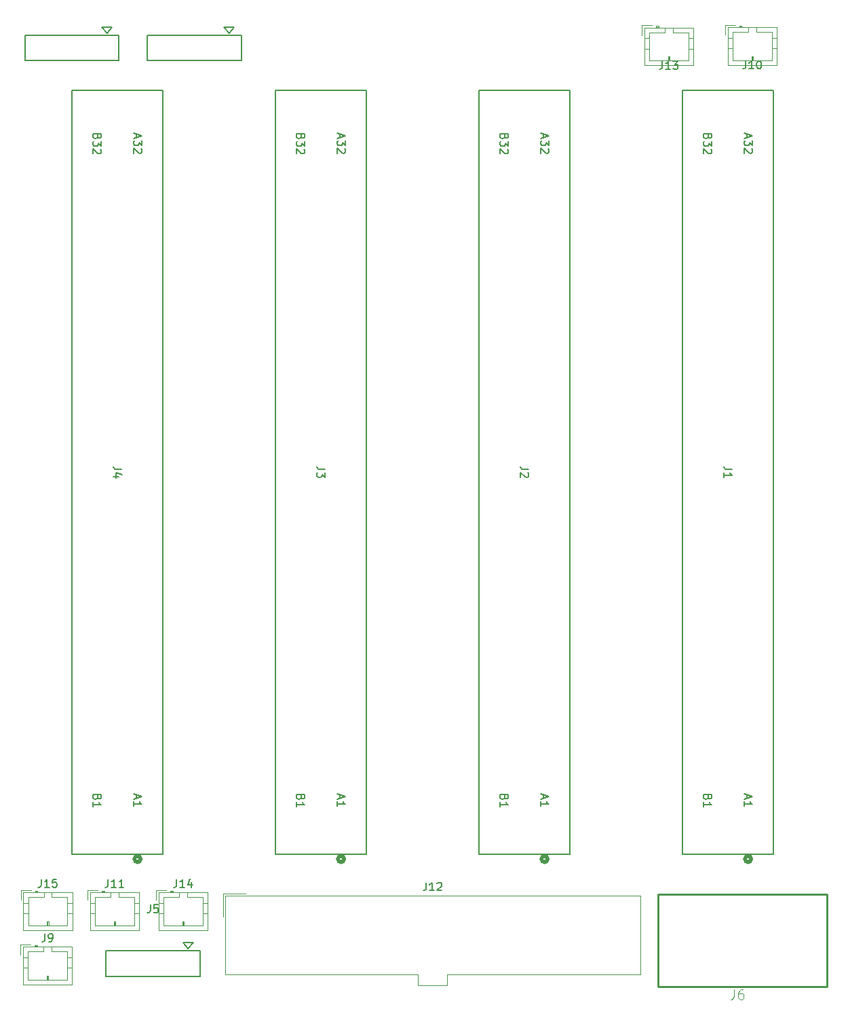
<source format=gbr>
%TF.GenerationSoftware,KiCad,Pcbnew,7.0.7*%
%TF.CreationDate,2024-03-27T23:33:24-04:00*%
%TF.ProjectId,Backplane,4261636b-706c-4616-9e65-2e6b69636164,rev?*%
%TF.SameCoordinates,Original*%
%TF.FileFunction,Legend,Top*%
%TF.FilePolarity,Positive*%
%FSLAX46Y46*%
G04 Gerber Fmt 4.6, Leading zero omitted, Abs format (unit mm)*
G04 Created by KiCad (PCBNEW 7.0.7) date 2024-03-27 23:33:24*
%MOMM*%
%LPD*%
G01*
G04 APERTURE LIST*
%ADD10C,0.096520*%
%ADD11C,0.150000*%
%ADD12C,0.254000*%
%ADD13C,0.120000*%
%ADD14C,0.127000*%
%ADD15C,0.152400*%
%ADD16C,0.508000*%
G04 APERTURE END LIST*
D10*
X160817076Y-147078427D02*
X160817076Y-147940213D01*
X160817076Y-147940213D02*
X160759623Y-148112570D01*
X160759623Y-148112570D02*
X160644719Y-148227475D01*
X160644719Y-148227475D02*
X160472361Y-148284927D01*
X160472361Y-148284927D02*
X160357457Y-148284927D01*
X161908671Y-147078427D02*
X161678861Y-147078427D01*
X161678861Y-147078427D02*
X161563957Y-147135879D01*
X161563957Y-147135879D02*
X161506504Y-147193332D01*
X161506504Y-147193332D02*
X161391599Y-147365689D01*
X161391599Y-147365689D02*
X161334147Y-147595498D01*
X161334147Y-147595498D02*
X161334147Y-148055117D01*
X161334147Y-148055117D02*
X161391599Y-148170022D01*
X161391599Y-148170022D02*
X161449052Y-148227475D01*
X161449052Y-148227475D02*
X161563957Y-148284927D01*
X161563957Y-148284927D02*
X161793766Y-148284927D01*
X161793766Y-148284927D02*
X161908671Y-148227475D01*
X161908671Y-148227475D02*
X161966123Y-148170022D01*
X161966123Y-148170022D02*
X162023576Y-148055117D01*
X162023576Y-148055117D02*
X162023576Y-147767855D01*
X162023576Y-147767855D02*
X161966123Y-147652951D01*
X161966123Y-147652951D02*
X161908671Y-147595498D01*
X161908671Y-147595498D02*
X161793766Y-147538046D01*
X161793766Y-147538046D02*
X161563957Y-147538046D01*
X161563957Y-147538046D02*
X161449052Y-147595498D01*
X161449052Y-147595498D02*
X161391599Y-147652951D01*
X161391599Y-147652951D02*
X161334147Y-147767855D01*
D11*
X82689804Y-133331892D02*
X82689804Y-134046177D01*
X82689804Y-134046177D02*
X82642185Y-134189034D01*
X82642185Y-134189034D02*
X82546947Y-134284273D01*
X82546947Y-134284273D02*
X82404090Y-134331892D01*
X82404090Y-134331892D02*
X82308852Y-134331892D01*
X83689804Y-134331892D02*
X83118376Y-134331892D01*
X83404090Y-134331892D02*
X83404090Y-133331892D01*
X83404090Y-133331892D02*
X83308852Y-133474749D01*
X83308852Y-133474749D02*
X83213614Y-133569987D01*
X83213614Y-133569987D02*
X83118376Y-133617606D01*
X84642185Y-134331892D02*
X84070757Y-134331892D01*
X84356471Y-134331892D02*
X84356471Y-133331892D01*
X84356471Y-133331892D02*
X84261233Y-133474749D01*
X84261233Y-133474749D02*
X84165995Y-133569987D01*
X84165995Y-133569987D02*
X84070757Y-133617606D01*
X87961673Y-136498081D02*
X87961673Y-137212366D01*
X87961673Y-137212366D02*
X87914054Y-137355223D01*
X87914054Y-137355223D02*
X87818816Y-137450462D01*
X87818816Y-137450462D02*
X87675959Y-137498081D01*
X87675959Y-137498081D02*
X87580721Y-137498081D01*
X88914054Y-136498081D02*
X88437864Y-136498081D01*
X88437864Y-136498081D02*
X88390245Y-136974271D01*
X88390245Y-136974271D02*
X88437864Y-136926652D01*
X88437864Y-136926652D02*
X88533102Y-136879033D01*
X88533102Y-136879033D02*
X88771197Y-136879033D01*
X88771197Y-136879033D02*
X88866435Y-136926652D01*
X88866435Y-136926652D02*
X88914054Y-136974271D01*
X88914054Y-136974271D02*
X88961673Y-137069509D01*
X88961673Y-137069509D02*
X88961673Y-137307604D01*
X88961673Y-137307604D02*
X88914054Y-137402842D01*
X88914054Y-137402842D02*
X88866435Y-137450462D01*
X88866435Y-137450462D02*
X88771197Y-137498081D01*
X88771197Y-137498081D02*
X88533102Y-137498081D01*
X88533102Y-137498081D02*
X88437864Y-137450462D01*
X88437864Y-137450462D02*
X88390245Y-137402842D01*
X151860476Y-31320819D02*
X151860476Y-32035104D01*
X151860476Y-32035104D02*
X151812857Y-32177961D01*
X151812857Y-32177961D02*
X151717619Y-32273200D01*
X151717619Y-32273200D02*
X151574762Y-32320819D01*
X151574762Y-32320819D02*
X151479524Y-32320819D01*
X152860476Y-32320819D02*
X152289048Y-32320819D01*
X152574762Y-32320819D02*
X152574762Y-31320819D01*
X152574762Y-31320819D02*
X152479524Y-31463676D01*
X152479524Y-31463676D02*
X152384286Y-31558914D01*
X152384286Y-31558914D02*
X152289048Y-31606533D01*
X153193810Y-31320819D02*
X153812857Y-31320819D01*
X153812857Y-31320819D02*
X153479524Y-31701771D01*
X153479524Y-31701771D02*
X153622381Y-31701771D01*
X153622381Y-31701771D02*
X153717619Y-31749390D01*
X153717619Y-31749390D02*
X153765238Y-31797009D01*
X153765238Y-31797009D02*
X153812857Y-31892247D01*
X153812857Y-31892247D02*
X153812857Y-32130342D01*
X153812857Y-32130342D02*
X153765238Y-32225580D01*
X153765238Y-32225580D02*
X153717619Y-32273200D01*
X153717619Y-32273200D02*
X153622381Y-32320819D01*
X153622381Y-32320819D02*
X153336667Y-32320819D01*
X153336667Y-32320819D02*
X153241429Y-32273200D01*
X153241429Y-32273200D02*
X153193810Y-32225580D01*
X109765180Y-82216666D02*
X109050895Y-82216666D01*
X109050895Y-82216666D02*
X108908038Y-82169047D01*
X108908038Y-82169047D02*
X108812800Y-82073809D01*
X108812800Y-82073809D02*
X108765180Y-81930952D01*
X108765180Y-81930952D02*
X108765180Y-81835714D01*
X109765180Y-82597619D02*
X109765180Y-83216666D01*
X109765180Y-83216666D02*
X109384228Y-82883333D01*
X109384228Y-82883333D02*
X109384228Y-83026190D01*
X109384228Y-83026190D02*
X109336609Y-83121428D01*
X109336609Y-83121428D02*
X109288990Y-83169047D01*
X109288990Y-83169047D02*
X109193752Y-83216666D01*
X109193752Y-83216666D02*
X108955657Y-83216666D01*
X108955657Y-83216666D02*
X108860419Y-83169047D01*
X108860419Y-83169047D02*
X108812800Y-83121428D01*
X108812800Y-83121428D02*
X108765180Y-83026190D01*
X108765180Y-83026190D02*
X108765180Y-82740476D01*
X108765180Y-82740476D02*
X108812800Y-82645238D01*
X108812800Y-82645238D02*
X108860419Y-82597619D01*
X111590895Y-40414724D02*
X111590895Y-40890914D01*
X111305180Y-40319486D02*
X112305180Y-40652819D01*
X112305180Y-40652819D02*
X111305180Y-40986152D01*
X112305180Y-41224248D02*
X112305180Y-41843295D01*
X112305180Y-41843295D02*
X111924228Y-41509962D01*
X111924228Y-41509962D02*
X111924228Y-41652819D01*
X111924228Y-41652819D02*
X111876609Y-41748057D01*
X111876609Y-41748057D02*
X111828990Y-41795676D01*
X111828990Y-41795676D02*
X111733752Y-41843295D01*
X111733752Y-41843295D02*
X111495657Y-41843295D01*
X111495657Y-41843295D02*
X111400419Y-41795676D01*
X111400419Y-41795676D02*
X111352800Y-41748057D01*
X111352800Y-41748057D02*
X111305180Y-41652819D01*
X111305180Y-41652819D02*
X111305180Y-41367105D01*
X111305180Y-41367105D02*
X111352800Y-41271867D01*
X111352800Y-41271867D02*
X111400419Y-41224248D01*
X112209942Y-42224248D02*
X112257561Y-42271867D01*
X112257561Y-42271867D02*
X112305180Y-42367105D01*
X112305180Y-42367105D02*
X112305180Y-42605200D01*
X112305180Y-42605200D02*
X112257561Y-42700438D01*
X112257561Y-42700438D02*
X112209942Y-42748057D01*
X112209942Y-42748057D02*
X112114704Y-42795676D01*
X112114704Y-42795676D02*
X112019466Y-42795676D01*
X112019466Y-42795676D02*
X111876609Y-42748057D01*
X111876609Y-42748057D02*
X111305180Y-42176629D01*
X111305180Y-42176629D02*
X111305180Y-42795676D01*
X106748990Y-40724247D02*
X106701371Y-40867104D01*
X106701371Y-40867104D02*
X106653752Y-40914723D01*
X106653752Y-40914723D02*
X106558514Y-40962342D01*
X106558514Y-40962342D02*
X106415657Y-40962342D01*
X106415657Y-40962342D02*
X106320419Y-40914723D01*
X106320419Y-40914723D02*
X106272800Y-40867104D01*
X106272800Y-40867104D02*
X106225180Y-40771866D01*
X106225180Y-40771866D02*
X106225180Y-40390914D01*
X106225180Y-40390914D02*
X107225180Y-40390914D01*
X107225180Y-40390914D02*
X107225180Y-40724247D01*
X107225180Y-40724247D02*
X107177561Y-40819485D01*
X107177561Y-40819485D02*
X107129942Y-40867104D01*
X107129942Y-40867104D02*
X107034704Y-40914723D01*
X107034704Y-40914723D02*
X106939466Y-40914723D01*
X106939466Y-40914723D02*
X106844228Y-40867104D01*
X106844228Y-40867104D02*
X106796609Y-40819485D01*
X106796609Y-40819485D02*
X106748990Y-40724247D01*
X106748990Y-40724247D02*
X106748990Y-40390914D01*
X107225180Y-41295676D02*
X107225180Y-41914723D01*
X107225180Y-41914723D02*
X106844228Y-41581390D01*
X106844228Y-41581390D02*
X106844228Y-41724247D01*
X106844228Y-41724247D02*
X106796609Y-41819485D01*
X106796609Y-41819485D02*
X106748990Y-41867104D01*
X106748990Y-41867104D02*
X106653752Y-41914723D01*
X106653752Y-41914723D02*
X106415657Y-41914723D01*
X106415657Y-41914723D02*
X106320419Y-41867104D01*
X106320419Y-41867104D02*
X106272800Y-41819485D01*
X106272800Y-41819485D02*
X106225180Y-41724247D01*
X106225180Y-41724247D02*
X106225180Y-41438533D01*
X106225180Y-41438533D02*
X106272800Y-41343295D01*
X106272800Y-41343295D02*
X106320419Y-41295676D01*
X107129942Y-42295676D02*
X107177561Y-42343295D01*
X107177561Y-42343295D02*
X107225180Y-42438533D01*
X107225180Y-42438533D02*
X107225180Y-42676628D01*
X107225180Y-42676628D02*
X107177561Y-42771866D01*
X107177561Y-42771866D02*
X107129942Y-42819485D01*
X107129942Y-42819485D02*
X107034704Y-42867104D01*
X107034704Y-42867104D02*
X106939466Y-42867104D01*
X106939466Y-42867104D02*
X106796609Y-42819485D01*
X106796609Y-42819485D02*
X106225180Y-42248057D01*
X106225180Y-42248057D02*
X106225180Y-42867104D01*
X111590895Y-122780514D02*
X111590895Y-123256704D01*
X111305180Y-122685276D02*
X112305180Y-123018609D01*
X112305180Y-123018609D02*
X111305180Y-123351942D01*
X111305180Y-124209085D02*
X111305180Y-123637657D01*
X111305180Y-123923371D02*
X112305180Y-123923371D01*
X112305180Y-123923371D02*
X112162323Y-123828133D01*
X112162323Y-123828133D02*
X112067085Y-123732895D01*
X112067085Y-123732895D02*
X112019466Y-123637657D01*
X106748990Y-123090038D02*
X106701371Y-123232895D01*
X106701371Y-123232895D02*
X106653752Y-123280514D01*
X106653752Y-123280514D02*
X106558514Y-123328133D01*
X106558514Y-123328133D02*
X106415657Y-123328133D01*
X106415657Y-123328133D02*
X106320419Y-123280514D01*
X106320419Y-123280514D02*
X106272800Y-123232895D01*
X106272800Y-123232895D02*
X106225180Y-123137657D01*
X106225180Y-123137657D02*
X106225180Y-122756705D01*
X106225180Y-122756705D02*
X107225180Y-122756705D01*
X107225180Y-122756705D02*
X107225180Y-123090038D01*
X107225180Y-123090038D02*
X107177561Y-123185276D01*
X107177561Y-123185276D02*
X107129942Y-123232895D01*
X107129942Y-123232895D02*
X107034704Y-123280514D01*
X107034704Y-123280514D02*
X106939466Y-123280514D01*
X106939466Y-123280514D02*
X106844228Y-123232895D01*
X106844228Y-123232895D02*
X106796609Y-123185276D01*
X106796609Y-123185276D02*
X106748990Y-123090038D01*
X106748990Y-123090038D02*
X106748990Y-122756705D01*
X106225180Y-124280514D02*
X106225180Y-123709086D01*
X106225180Y-123994800D02*
X107225180Y-123994800D01*
X107225180Y-123994800D02*
X107082323Y-123899562D01*
X107082323Y-123899562D02*
X106987085Y-123804324D01*
X106987085Y-123804324D02*
X106939466Y-123709086D01*
X91248936Y-133326585D02*
X91248936Y-134040870D01*
X91248936Y-134040870D02*
X91201317Y-134183727D01*
X91201317Y-134183727D02*
X91106079Y-134278966D01*
X91106079Y-134278966D02*
X90963222Y-134326585D01*
X90963222Y-134326585D02*
X90867984Y-134326585D01*
X92248936Y-134326585D02*
X91677508Y-134326585D01*
X91963222Y-134326585D02*
X91963222Y-133326585D01*
X91963222Y-133326585D02*
X91867984Y-133469442D01*
X91867984Y-133469442D02*
X91772746Y-133564680D01*
X91772746Y-133564680D02*
X91677508Y-133612299D01*
X93106079Y-133659918D02*
X93106079Y-134326585D01*
X92867984Y-133278966D02*
X92629889Y-133993251D01*
X92629889Y-133993251D02*
X93248936Y-133993251D01*
X74807204Y-140110286D02*
X74807204Y-140824571D01*
X74807204Y-140824571D02*
X74759585Y-140967428D01*
X74759585Y-140967428D02*
X74664347Y-141062667D01*
X74664347Y-141062667D02*
X74521490Y-141110286D01*
X74521490Y-141110286D02*
X74426252Y-141110286D01*
X75331014Y-141110286D02*
X75521490Y-141110286D01*
X75521490Y-141110286D02*
X75616728Y-141062667D01*
X75616728Y-141062667D02*
X75664347Y-141015047D01*
X75664347Y-141015047D02*
X75759585Y-140872190D01*
X75759585Y-140872190D02*
X75807204Y-140681714D01*
X75807204Y-140681714D02*
X75807204Y-140300762D01*
X75807204Y-140300762D02*
X75759585Y-140205524D01*
X75759585Y-140205524D02*
X75711966Y-140157905D01*
X75711966Y-140157905D02*
X75616728Y-140110286D01*
X75616728Y-140110286D02*
X75426252Y-140110286D01*
X75426252Y-140110286D02*
X75331014Y-140157905D01*
X75331014Y-140157905D02*
X75283395Y-140205524D01*
X75283395Y-140205524D02*
X75235776Y-140300762D01*
X75235776Y-140300762D02*
X75235776Y-140538857D01*
X75235776Y-140538857D02*
X75283395Y-140634095D01*
X75283395Y-140634095D02*
X75331014Y-140681714D01*
X75331014Y-140681714D02*
X75426252Y-140729333D01*
X75426252Y-140729333D02*
X75616728Y-140729333D01*
X75616728Y-140729333D02*
X75711966Y-140681714D01*
X75711966Y-140681714D02*
X75759585Y-140634095D01*
X75759585Y-140634095D02*
X75807204Y-140538857D01*
X74355059Y-133318820D02*
X74355059Y-134033105D01*
X74355059Y-134033105D02*
X74307440Y-134175962D01*
X74307440Y-134175962D02*
X74212202Y-134271201D01*
X74212202Y-134271201D02*
X74069345Y-134318820D01*
X74069345Y-134318820D02*
X73974107Y-134318820D01*
X75355059Y-134318820D02*
X74783631Y-134318820D01*
X75069345Y-134318820D02*
X75069345Y-133318820D01*
X75069345Y-133318820D02*
X74974107Y-133461677D01*
X74974107Y-133461677D02*
X74878869Y-133556915D01*
X74878869Y-133556915D02*
X74783631Y-133604534D01*
X76259821Y-133318820D02*
X75783631Y-133318820D01*
X75783631Y-133318820D02*
X75736012Y-133795010D01*
X75736012Y-133795010D02*
X75783631Y-133747391D01*
X75783631Y-133747391D02*
X75878869Y-133699772D01*
X75878869Y-133699772D02*
X76116964Y-133699772D01*
X76116964Y-133699772D02*
X76212202Y-133747391D01*
X76212202Y-133747391D02*
X76259821Y-133795010D01*
X76259821Y-133795010D02*
X76307440Y-133890248D01*
X76307440Y-133890248D02*
X76307440Y-134128343D01*
X76307440Y-134128343D02*
X76259821Y-134223581D01*
X76259821Y-134223581D02*
X76212202Y-134271201D01*
X76212202Y-134271201D02*
X76116964Y-134318820D01*
X76116964Y-134318820D02*
X75878869Y-134318820D01*
X75878869Y-134318820D02*
X75783631Y-134271201D01*
X75783631Y-134271201D02*
X75736012Y-134223581D01*
X135165180Y-82216666D02*
X134450895Y-82216666D01*
X134450895Y-82216666D02*
X134308038Y-82169047D01*
X134308038Y-82169047D02*
X134212800Y-82073809D01*
X134212800Y-82073809D02*
X134165180Y-81930952D01*
X134165180Y-81930952D02*
X134165180Y-81835714D01*
X135069942Y-82645238D02*
X135117561Y-82692857D01*
X135117561Y-82692857D02*
X135165180Y-82788095D01*
X135165180Y-82788095D02*
X135165180Y-83026190D01*
X135165180Y-83026190D02*
X135117561Y-83121428D01*
X135117561Y-83121428D02*
X135069942Y-83169047D01*
X135069942Y-83169047D02*
X134974704Y-83216666D01*
X134974704Y-83216666D02*
X134879466Y-83216666D01*
X134879466Y-83216666D02*
X134736609Y-83169047D01*
X134736609Y-83169047D02*
X134165180Y-82597619D01*
X134165180Y-82597619D02*
X134165180Y-83216666D01*
X132148990Y-123090038D02*
X132101371Y-123232895D01*
X132101371Y-123232895D02*
X132053752Y-123280514D01*
X132053752Y-123280514D02*
X131958514Y-123328133D01*
X131958514Y-123328133D02*
X131815657Y-123328133D01*
X131815657Y-123328133D02*
X131720419Y-123280514D01*
X131720419Y-123280514D02*
X131672800Y-123232895D01*
X131672800Y-123232895D02*
X131625180Y-123137657D01*
X131625180Y-123137657D02*
X131625180Y-122756705D01*
X131625180Y-122756705D02*
X132625180Y-122756705D01*
X132625180Y-122756705D02*
X132625180Y-123090038D01*
X132625180Y-123090038D02*
X132577561Y-123185276D01*
X132577561Y-123185276D02*
X132529942Y-123232895D01*
X132529942Y-123232895D02*
X132434704Y-123280514D01*
X132434704Y-123280514D02*
X132339466Y-123280514D01*
X132339466Y-123280514D02*
X132244228Y-123232895D01*
X132244228Y-123232895D02*
X132196609Y-123185276D01*
X132196609Y-123185276D02*
X132148990Y-123090038D01*
X132148990Y-123090038D02*
X132148990Y-122756705D01*
X131625180Y-124280514D02*
X131625180Y-123709086D01*
X131625180Y-123994800D02*
X132625180Y-123994800D01*
X132625180Y-123994800D02*
X132482323Y-123899562D01*
X132482323Y-123899562D02*
X132387085Y-123804324D01*
X132387085Y-123804324D02*
X132339466Y-123709086D01*
X132148990Y-40724247D02*
X132101371Y-40867104D01*
X132101371Y-40867104D02*
X132053752Y-40914723D01*
X132053752Y-40914723D02*
X131958514Y-40962342D01*
X131958514Y-40962342D02*
X131815657Y-40962342D01*
X131815657Y-40962342D02*
X131720419Y-40914723D01*
X131720419Y-40914723D02*
X131672800Y-40867104D01*
X131672800Y-40867104D02*
X131625180Y-40771866D01*
X131625180Y-40771866D02*
X131625180Y-40390914D01*
X131625180Y-40390914D02*
X132625180Y-40390914D01*
X132625180Y-40390914D02*
X132625180Y-40724247D01*
X132625180Y-40724247D02*
X132577561Y-40819485D01*
X132577561Y-40819485D02*
X132529942Y-40867104D01*
X132529942Y-40867104D02*
X132434704Y-40914723D01*
X132434704Y-40914723D02*
X132339466Y-40914723D01*
X132339466Y-40914723D02*
X132244228Y-40867104D01*
X132244228Y-40867104D02*
X132196609Y-40819485D01*
X132196609Y-40819485D02*
X132148990Y-40724247D01*
X132148990Y-40724247D02*
X132148990Y-40390914D01*
X132625180Y-41295676D02*
X132625180Y-41914723D01*
X132625180Y-41914723D02*
X132244228Y-41581390D01*
X132244228Y-41581390D02*
X132244228Y-41724247D01*
X132244228Y-41724247D02*
X132196609Y-41819485D01*
X132196609Y-41819485D02*
X132148990Y-41867104D01*
X132148990Y-41867104D02*
X132053752Y-41914723D01*
X132053752Y-41914723D02*
X131815657Y-41914723D01*
X131815657Y-41914723D02*
X131720419Y-41867104D01*
X131720419Y-41867104D02*
X131672800Y-41819485D01*
X131672800Y-41819485D02*
X131625180Y-41724247D01*
X131625180Y-41724247D02*
X131625180Y-41438533D01*
X131625180Y-41438533D02*
X131672800Y-41343295D01*
X131672800Y-41343295D02*
X131720419Y-41295676D01*
X132529942Y-42295676D02*
X132577561Y-42343295D01*
X132577561Y-42343295D02*
X132625180Y-42438533D01*
X132625180Y-42438533D02*
X132625180Y-42676628D01*
X132625180Y-42676628D02*
X132577561Y-42771866D01*
X132577561Y-42771866D02*
X132529942Y-42819485D01*
X132529942Y-42819485D02*
X132434704Y-42867104D01*
X132434704Y-42867104D02*
X132339466Y-42867104D01*
X132339466Y-42867104D02*
X132196609Y-42819485D01*
X132196609Y-42819485D02*
X131625180Y-42248057D01*
X131625180Y-42248057D02*
X131625180Y-42867104D01*
X136990895Y-40414724D02*
X136990895Y-40890914D01*
X136705180Y-40319486D02*
X137705180Y-40652819D01*
X137705180Y-40652819D02*
X136705180Y-40986152D01*
X137705180Y-41224248D02*
X137705180Y-41843295D01*
X137705180Y-41843295D02*
X137324228Y-41509962D01*
X137324228Y-41509962D02*
X137324228Y-41652819D01*
X137324228Y-41652819D02*
X137276609Y-41748057D01*
X137276609Y-41748057D02*
X137228990Y-41795676D01*
X137228990Y-41795676D02*
X137133752Y-41843295D01*
X137133752Y-41843295D02*
X136895657Y-41843295D01*
X136895657Y-41843295D02*
X136800419Y-41795676D01*
X136800419Y-41795676D02*
X136752800Y-41748057D01*
X136752800Y-41748057D02*
X136705180Y-41652819D01*
X136705180Y-41652819D02*
X136705180Y-41367105D01*
X136705180Y-41367105D02*
X136752800Y-41271867D01*
X136752800Y-41271867D02*
X136800419Y-41224248D01*
X137609942Y-42224248D02*
X137657561Y-42271867D01*
X137657561Y-42271867D02*
X137705180Y-42367105D01*
X137705180Y-42367105D02*
X137705180Y-42605200D01*
X137705180Y-42605200D02*
X137657561Y-42700438D01*
X137657561Y-42700438D02*
X137609942Y-42748057D01*
X137609942Y-42748057D02*
X137514704Y-42795676D01*
X137514704Y-42795676D02*
X137419466Y-42795676D01*
X137419466Y-42795676D02*
X137276609Y-42748057D01*
X137276609Y-42748057D02*
X136705180Y-42176629D01*
X136705180Y-42176629D02*
X136705180Y-42795676D01*
X136990895Y-122780514D02*
X136990895Y-123256704D01*
X136705180Y-122685276D02*
X137705180Y-123018609D01*
X137705180Y-123018609D02*
X136705180Y-123351942D01*
X136705180Y-124209085D02*
X136705180Y-123637657D01*
X136705180Y-123923371D02*
X137705180Y-123923371D01*
X137705180Y-123923371D02*
X137562323Y-123828133D01*
X137562323Y-123828133D02*
X137467085Y-123732895D01*
X137467085Y-123732895D02*
X137419466Y-123637657D01*
X160565180Y-82216666D02*
X159850895Y-82216666D01*
X159850895Y-82216666D02*
X159708038Y-82169047D01*
X159708038Y-82169047D02*
X159612800Y-82073809D01*
X159612800Y-82073809D02*
X159565180Y-81930952D01*
X159565180Y-81930952D02*
X159565180Y-81835714D01*
X159565180Y-83216666D02*
X159565180Y-82645238D01*
X159565180Y-82930952D02*
X160565180Y-82930952D01*
X160565180Y-82930952D02*
X160422323Y-82835714D01*
X160422323Y-82835714D02*
X160327085Y-82740476D01*
X160327085Y-82740476D02*
X160279466Y-82645238D01*
X157548990Y-40724247D02*
X157501371Y-40867104D01*
X157501371Y-40867104D02*
X157453752Y-40914723D01*
X157453752Y-40914723D02*
X157358514Y-40962342D01*
X157358514Y-40962342D02*
X157215657Y-40962342D01*
X157215657Y-40962342D02*
X157120419Y-40914723D01*
X157120419Y-40914723D02*
X157072800Y-40867104D01*
X157072800Y-40867104D02*
X157025180Y-40771866D01*
X157025180Y-40771866D02*
X157025180Y-40390914D01*
X157025180Y-40390914D02*
X158025180Y-40390914D01*
X158025180Y-40390914D02*
X158025180Y-40724247D01*
X158025180Y-40724247D02*
X157977561Y-40819485D01*
X157977561Y-40819485D02*
X157929942Y-40867104D01*
X157929942Y-40867104D02*
X157834704Y-40914723D01*
X157834704Y-40914723D02*
X157739466Y-40914723D01*
X157739466Y-40914723D02*
X157644228Y-40867104D01*
X157644228Y-40867104D02*
X157596609Y-40819485D01*
X157596609Y-40819485D02*
X157548990Y-40724247D01*
X157548990Y-40724247D02*
X157548990Y-40390914D01*
X158025180Y-41295676D02*
X158025180Y-41914723D01*
X158025180Y-41914723D02*
X157644228Y-41581390D01*
X157644228Y-41581390D02*
X157644228Y-41724247D01*
X157644228Y-41724247D02*
X157596609Y-41819485D01*
X157596609Y-41819485D02*
X157548990Y-41867104D01*
X157548990Y-41867104D02*
X157453752Y-41914723D01*
X157453752Y-41914723D02*
X157215657Y-41914723D01*
X157215657Y-41914723D02*
X157120419Y-41867104D01*
X157120419Y-41867104D02*
X157072800Y-41819485D01*
X157072800Y-41819485D02*
X157025180Y-41724247D01*
X157025180Y-41724247D02*
X157025180Y-41438533D01*
X157025180Y-41438533D02*
X157072800Y-41343295D01*
X157072800Y-41343295D02*
X157120419Y-41295676D01*
X157929942Y-42295676D02*
X157977561Y-42343295D01*
X157977561Y-42343295D02*
X158025180Y-42438533D01*
X158025180Y-42438533D02*
X158025180Y-42676628D01*
X158025180Y-42676628D02*
X157977561Y-42771866D01*
X157977561Y-42771866D02*
X157929942Y-42819485D01*
X157929942Y-42819485D02*
X157834704Y-42867104D01*
X157834704Y-42867104D02*
X157739466Y-42867104D01*
X157739466Y-42867104D02*
X157596609Y-42819485D01*
X157596609Y-42819485D02*
X157025180Y-42248057D01*
X157025180Y-42248057D02*
X157025180Y-42867104D01*
X157548990Y-123090038D02*
X157501371Y-123232895D01*
X157501371Y-123232895D02*
X157453752Y-123280514D01*
X157453752Y-123280514D02*
X157358514Y-123328133D01*
X157358514Y-123328133D02*
X157215657Y-123328133D01*
X157215657Y-123328133D02*
X157120419Y-123280514D01*
X157120419Y-123280514D02*
X157072800Y-123232895D01*
X157072800Y-123232895D02*
X157025180Y-123137657D01*
X157025180Y-123137657D02*
X157025180Y-122756705D01*
X157025180Y-122756705D02*
X158025180Y-122756705D01*
X158025180Y-122756705D02*
X158025180Y-123090038D01*
X158025180Y-123090038D02*
X157977561Y-123185276D01*
X157977561Y-123185276D02*
X157929942Y-123232895D01*
X157929942Y-123232895D02*
X157834704Y-123280514D01*
X157834704Y-123280514D02*
X157739466Y-123280514D01*
X157739466Y-123280514D02*
X157644228Y-123232895D01*
X157644228Y-123232895D02*
X157596609Y-123185276D01*
X157596609Y-123185276D02*
X157548990Y-123090038D01*
X157548990Y-123090038D02*
X157548990Y-122756705D01*
X157025180Y-124280514D02*
X157025180Y-123709086D01*
X157025180Y-123994800D02*
X158025180Y-123994800D01*
X158025180Y-123994800D02*
X157882323Y-123899562D01*
X157882323Y-123899562D02*
X157787085Y-123804324D01*
X157787085Y-123804324D02*
X157739466Y-123709086D01*
X162390895Y-122780514D02*
X162390895Y-123256704D01*
X162105180Y-122685276D02*
X163105180Y-123018609D01*
X163105180Y-123018609D02*
X162105180Y-123351942D01*
X162105180Y-124209085D02*
X162105180Y-123637657D01*
X162105180Y-123923371D02*
X163105180Y-123923371D01*
X163105180Y-123923371D02*
X162962323Y-123828133D01*
X162962323Y-123828133D02*
X162867085Y-123732895D01*
X162867085Y-123732895D02*
X162819466Y-123637657D01*
X162390895Y-40414724D02*
X162390895Y-40890914D01*
X162105180Y-40319486D02*
X163105180Y-40652819D01*
X163105180Y-40652819D02*
X162105180Y-40986152D01*
X163105180Y-41224248D02*
X163105180Y-41843295D01*
X163105180Y-41843295D02*
X162724228Y-41509962D01*
X162724228Y-41509962D02*
X162724228Y-41652819D01*
X162724228Y-41652819D02*
X162676609Y-41748057D01*
X162676609Y-41748057D02*
X162628990Y-41795676D01*
X162628990Y-41795676D02*
X162533752Y-41843295D01*
X162533752Y-41843295D02*
X162295657Y-41843295D01*
X162295657Y-41843295D02*
X162200419Y-41795676D01*
X162200419Y-41795676D02*
X162152800Y-41748057D01*
X162152800Y-41748057D02*
X162105180Y-41652819D01*
X162105180Y-41652819D02*
X162105180Y-41367105D01*
X162105180Y-41367105D02*
X162152800Y-41271867D01*
X162152800Y-41271867D02*
X162200419Y-41224248D01*
X163009942Y-42224248D02*
X163057561Y-42271867D01*
X163057561Y-42271867D02*
X163105180Y-42367105D01*
X163105180Y-42367105D02*
X163105180Y-42605200D01*
X163105180Y-42605200D02*
X163057561Y-42700438D01*
X163057561Y-42700438D02*
X163009942Y-42748057D01*
X163009942Y-42748057D02*
X162914704Y-42795676D01*
X162914704Y-42795676D02*
X162819466Y-42795676D01*
X162819466Y-42795676D02*
X162676609Y-42748057D01*
X162676609Y-42748057D02*
X162105180Y-42176629D01*
X162105180Y-42176629D02*
X162105180Y-42795676D01*
X162258476Y-31278819D02*
X162258476Y-31993104D01*
X162258476Y-31993104D02*
X162210857Y-32135961D01*
X162210857Y-32135961D02*
X162115619Y-32231200D01*
X162115619Y-32231200D02*
X161972762Y-32278819D01*
X161972762Y-32278819D02*
X161877524Y-32278819D01*
X163258476Y-32278819D02*
X162687048Y-32278819D01*
X162972762Y-32278819D02*
X162972762Y-31278819D01*
X162972762Y-31278819D02*
X162877524Y-31421676D01*
X162877524Y-31421676D02*
X162782286Y-31516914D01*
X162782286Y-31516914D02*
X162687048Y-31564533D01*
X163877524Y-31278819D02*
X163972762Y-31278819D01*
X163972762Y-31278819D02*
X164068000Y-31326438D01*
X164068000Y-31326438D02*
X164115619Y-31374057D01*
X164115619Y-31374057D02*
X164163238Y-31469295D01*
X164163238Y-31469295D02*
X164210857Y-31659771D01*
X164210857Y-31659771D02*
X164210857Y-31897866D01*
X164210857Y-31897866D02*
X164163238Y-32088342D01*
X164163238Y-32088342D02*
X164115619Y-32183580D01*
X164115619Y-32183580D02*
X164068000Y-32231200D01*
X164068000Y-32231200D02*
X163972762Y-32278819D01*
X163972762Y-32278819D02*
X163877524Y-32278819D01*
X163877524Y-32278819D02*
X163782286Y-32231200D01*
X163782286Y-32231200D02*
X163734667Y-32183580D01*
X163734667Y-32183580D02*
X163687048Y-32088342D01*
X163687048Y-32088342D02*
X163639429Y-31897866D01*
X163639429Y-31897866D02*
X163639429Y-31659771D01*
X163639429Y-31659771D02*
X163687048Y-31469295D01*
X163687048Y-31469295D02*
X163734667Y-31374057D01*
X163734667Y-31374057D02*
X163782286Y-31326438D01*
X163782286Y-31326438D02*
X163877524Y-31278819D01*
X122380476Y-133724819D02*
X122380476Y-134439104D01*
X122380476Y-134439104D02*
X122332857Y-134581961D01*
X122332857Y-134581961D02*
X122237619Y-134677200D01*
X122237619Y-134677200D02*
X122094762Y-134724819D01*
X122094762Y-134724819D02*
X121999524Y-134724819D01*
X123380476Y-134724819D02*
X122809048Y-134724819D01*
X123094762Y-134724819D02*
X123094762Y-133724819D01*
X123094762Y-133724819D02*
X122999524Y-133867676D01*
X122999524Y-133867676D02*
X122904286Y-133962914D01*
X122904286Y-133962914D02*
X122809048Y-134010533D01*
X123761429Y-133820057D02*
X123809048Y-133772438D01*
X123809048Y-133772438D02*
X123904286Y-133724819D01*
X123904286Y-133724819D02*
X124142381Y-133724819D01*
X124142381Y-133724819D02*
X124237619Y-133772438D01*
X124237619Y-133772438D02*
X124285238Y-133820057D01*
X124285238Y-133820057D02*
X124332857Y-133915295D01*
X124332857Y-133915295D02*
X124332857Y-134010533D01*
X124332857Y-134010533D02*
X124285238Y-134153390D01*
X124285238Y-134153390D02*
X123713810Y-134724819D01*
X123713810Y-134724819D02*
X124332857Y-134724819D01*
X84365180Y-82216666D02*
X83650895Y-82216666D01*
X83650895Y-82216666D02*
X83508038Y-82169047D01*
X83508038Y-82169047D02*
X83412800Y-82073809D01*
X83412800Y-82073809D02*
X83365180Y-81930952D01*
X83365180Y-81930952D02*
X83365180Y-81835714D01*
X84031847Y-83121428D02*
X83365180Y-83121428D01*
X84412800Y-82883333D02*
X83698514Y-82645238D01*
X83698514Y-82645238D02*
X83698514Y-83264285D01*
X86190895Y-40414724D02*
X86190895Y-40890914D01*
X85905180Y-40319486D02*
X86905180Y-40652819D01*
X86905180Y-40652819D02*
X85905180Y-40986152D01*
X86905180Y-41224248D02*
X86905180Y-41843295D01*
X86905180Y-41843295D02*
X86524228Y-41509962D01*
X86524228Y-41509962D02*
X86524228Y-41652819D01*
X86524228Y-41652819D02*
X86476609Y-41748057D01*
X86476609Y-41748057D02*
X86428990Y-41795676D01*
X86428990Y-41795676D02*
X86333752Y-41843295D01*
X86333752Y-41843295D02*
X86095657Y-41843295D01*
X86095657Y-41843295D02*
X86000419Y-41795676D01*
X86000419Y-41795676D02*
X85952800Y-41748057D01*
X85952800Y-41748057D02*
X85905180Y-41652819D01*
X85905180Y-41652819D02*
X85905180Y-41367105D01*
X85905180Y-41367105D02*
X85952800Y-41271867D01*
X85952800Y-41271867D02*
X86000419Y-41224248D01*
X86809942Y-42224248D02*
X86857561Y-42271867D01*
X86857561Y-42271867D02*
X86905180Y-42367105D01*
X86905180Y-42367105D02*
X86905180Y-42605200D01*
X86905180Y-42605200D02*
X86857561Y-42700438D01*
X86857561Y-42700438D02*
X86809942Y-42748057D01*
X86809942Y-42748057D02*
X86714704Y-42795676D01*
X86714704Y-42795676D02*
X86619466Y-42795676D01*
X86619466Y-42795676D02*
X86476609Y-42748057D01*
X86476609Y-42748057D02*
X85905180Y-42176629D01*
X85905180Y-42176629D02*
X85905180Y-42795676D01*
X86190895Y-122780514D02*
X86190895Y-123256704D01*
X85905180Y-122685276D02*
X86905180Y-123018609D01*
X86905180Y-123018609D02*
X85905180Y-123351942D01*
X85905180Y-124209085D02*
X85905180Y-123637657D01*
X85905180Y-123923371D02*
X86905180Y-123923371D01*
X86905180Y-123923371D02*
X86762323Y-123828133D01*
X86762323Y-123828133D02*
X86667085Y-123732895D01*
X86667085Y-123732895D02*
X86619466Y-123637657D01*
X81348990Y-123090038D02*
X81301371Y-123232895D01*
X81301371Y-123232895D02*
X81253752Y-123280514D01*
X81253752Y-123280514D02*
X81158514Y-123328133D01*
X81158514Y-123328133D02*
X81015657Y-123328133D01*
X81015657Y-123328133D02*
X80920419Y-123280514D01*
X80920419Y-123280514D02*
X80872800Y-123232895D01*
X80872800Y-123232895D02*
X80825180Y-123137657D01*
X80825180Y-123137657D02*
X80825180Y-122756705D01*
X80825180Y-122756705D02*
X81825180Y-122756705D01*
X81825180Y-122756705D02*
X81825180Y-123090038D01*
X81825180Y-123090038D02*
X81777561Y-123185276D01*
X81777561Y-123185276D02*
X81729942Y-123232895D01*
X81729942Y-123232895D02*
X81634704Y-123280514D01*
X81634704Y-123280514D02*
X81539466Y-123280514D01*
X81539466Y-123280514D02*
X81444228Y-123232895D01*
X81444228Y-123232895D02*
X81396609Y-123185276D01*
X81396609Y-123185276D02*
X81348990Y-123090038D01*
X81348990Y-123090038D02*
X81348990Y-122756705D01*
X80825180Y-124280514D02*
X80825180Y-123709086D01*
X80825180Y-123994800D02*
X81825180Y-123994800D01*
X81825180Y-123994800D02*
X81682323Y-123899562D01*
X81682323Y-123899562D02*
X81587085Y-123804324D01*
X81587085Y-123804324D02*
X81539466Y-123709086D01*
X81348990Y-40724247D02*
X81301371Y-40867104D01*
X81301371Y-40867104D02*
X81253752Y-40914723D01*
X81253752Y-40914723D02*
X81158514Y-40962342D01*
X81158514Y-40962342D02*
X81015657Y-40962342D01*
X81015657Y-40962342D02*
X80920419Y-40914723D01*
X80920419Y-40914723D02*
X80872800Y-40867104D01*
X80872800Y-40867104D02*
X80825180Y-40771866D01*
X80825180Y-40771866D02*
X80825180Y-40390914D01*
X80825180Y-40390914D02*
X81825180Y-40390914D01*
X81825180Y-40390914D02*
X81825180Y-40724247D01*
X81825180Y-40724247D02*
X81777561Y-40819485D01*
X81777561Y-40819485D02*
X81729942Y-40867104D01*
X81729942Y-40867104D02*
X81634704Y-40914723D01*
X81634704Y-40914723D02*
X81539466Y-40914723D01*
X81539466Y-40914723D02*
X81444228Y-40867104D01*
X81444228Y-40867104D02*
X81396609Y-40819485D01*
X81396609Y-40819485D02*
X81348990Y-40724247D01*
X81348990Y-40724247D02*
X81348990Y-40390914D01*
X81825180Y-41295676D02*
X81825180Y-41914723D01*
X81825180Y-41914723D02*
X81444228Y-41581390D01*
X81444228Y-41581390D02*
X81444228Y-41724247D01*
X81444228Y-41724247D02*
X81396609Y-41819485D01*
X81396609Y-41819485D02*
X81348990Y-41867104D01*
X81348990Y-41867104D02*
X81253752Y-41914723D01*
X81253752Y-41914723D02*
X81015657Y-41914723D01*
X81015657Y-41914723D02*
X80920419Y-41867104D01*
X80920419Y-41867104D02*
X80872800Y-41819485D01*
X80872800Y-41819485D02*
X80825180Y-41724247D01*
X80825180Y-41724247D02*
X80825180Y-41438533D01*
X80825180Y-41438533D02*
X80872800Y-41343295D01*
X80872800Y-41343295D02*
X80920419Y-41295676D01*
X81729942Y-42295676D02*
X81777561Y-42343295D01*
X81777561Y-42343295D02*
X81825180Y-42438533D01*
X81825180Y-42438533D02*
X81825180Y-42676628D01*
X81825180Y-42676628D02*
X81777561Y-42771866D01*
X81777561Y-42771866D02*
X81729942Y-42819485D01*
X81729942Y-42819485D02*
X81634704Y-42867104D01*
X81634704Y-42867104D02*
X81539466Y-42867104D01*
X81539466Y-42867104D02*
X81396609Y-42819485D01*
X81396609Y-42819485D02*
X80825180Y-42248057D01*
X80825180Y-42248057D02*
X80825180Y-42867104D01*
D12*
%TO.C,J6*%
X151358600Y-135178800D02*
X151358600Y-146710400D01*
X151358600Y-135178800D02*
X172440600Y-135178800D01*
X172440600Y-135178800D02*
X172440600Y-146710400D01*
X172440600Y-146710400D02*
X151358600Y-146710400D01*
D13*
%TO.C,J11*%
X80139328Y-134667073D02*
X80139328Y-135917073D01*
X80439328Y-134967073D02*
X80439328Y-139687073D01*
X80439328Y-136277073D02*
X81049328Y-136277073D01*
X80439328Y-137577073D02*
X81049328Y-137577073D01*
X80439328Y-139687073D02*
X86559328Y-139687073D01*
X81049328Y-135577073D02*
X81049328Y-139077073D01*
X81049328Y-139077073D02*
X85949328Y-139077073D01*
X81389328Y-134667073D02*
X80139328Y-134667073D01*
X81899328Y-134767073D02*
X81899328Y-134967073D01*
X82199328Y-134767073D02*
X81899328Y-134767073D01*
X82199328Y-134867073D02*
X81899328Y-134867073D01*
X82199328Y-134967073D02*
X82199328Y-134767073D01*
X82999328Y-134967073D02*
X82999328Y-135577073D01*
X82999328Y-135577073D02*
X81049328Y-135577073D01*
X83399328Y-138577073D02*
X83599328Y-138577073D01*
X83399328Y-139077073D02*
X83399328Y-138577073D01*
X83499328Y-139077073D02*
X83499328Y-138577073D01*
X83599328Y-138577073D02*
X83599328Y-139077073D01*
X83999328Y-135577073D02*
X83999328Y-134967073D01*
X85949328Y-135577073D02*
X83999328Y-135577073D01*
X85949328Y-139077073D02*
X85949328Y-135577073D01*
X86559328Y-134967073D02*
X80439328Y-134967073D01*
X86559328Y-136277073D02*
X85949328Y-136277073D01*
X86559328Y-137577073D02*
X85949328Y-137577073D01*
X86559328Y-139687073D02*
X86559328Y-134967073D01*
D14*
%TO.C,J5*%
X82420020Y-142243261D02*
X82420020Y-145443262D01*
X82420020Y-145443262D02*
X94169997Y-145443262D01*
X92035000Y-141227261D02*
X92670000Y-141989261D01*
X92670000Y-141989261D02*
X93305000Y-141227261D01*
X93305000Y-141227261D02*
X92035000Y-141227261D01*
X94169997Y-142243261D02*
X82420020Y-142243261D01*
X94169997Y-145443262D02*
X94169997Y-142243261D01*
D13*
%TO.C,J13*%
X149310000Y-26846000D02*
X149310000Y-28096000D01*
X149610000Y-27146000D02*
X149610000Y-31866000D01*
X149610000Y-28456000D02*
X150220000Y-28456000D01*
X149610000Y-29756000D02*
X150220000Y-29756000D01*
X149610000Y-31866000D02*
X155730000Y-31866000D01*
X150220000Y-27756000D02*
X150220000Y-31256000D01*
X150220000Y-31256000D02*
X155120000Y-31256000D01*
X150560000Y-26846000D02*
X149310000Y-26846000D01*
X151070000Y-26946000D02*
X151070000Y-27146000D01*
X151370000Y-26946000D02*
X151070000Y-26946000D01*
X151370000Y-27046000D02*
X151070000Y-27046000D01*
X151370000Y-27146000D02*
X151370000Y-26946000D01*
X152170000Y-27146000D02*
X152170000Y-27756000D01*
X152170000Y-27756000D02*
X150220000Y-27756000D01*
X152570000Y-30756000D02*
X152770000Y-30756000D01*
X152570000Y-31256000D02*
X152570000Y-30756000D01*
X152670000Y-31256000D02*
X152670000Y-30756000D01*
X152770000Y-30756000D02*
X152770000Y-31256000D01*
X153170000Y-27756000D02*
X153170000Y-27146000D01*
X155120000Y-27756000D02*
X153170000Y-27756000D01*
X155120000Y-31256000D02*
X155120000Y-27756000D01*
X155730000Y-27146000D02*
X149610000Y-27146000D01*
X155730000Y-28456000D02*
X155120000Y-28456000D01*
X155730000Y-29756000D02*
X155120000Y-29756000D01*
X155730000Y-31866000D02*
X155730000Y-27146000D01*
D14*
%TO.C,J7*%
X72300020Y-28059999D02*
X72300020Y-31260000D01*
X72300020Y-31260000D02*
X84049997Y-31260000D01*
X81915000Y-27043999D02*
X82550000Y-27805999D01*
X82550000Y-27805999D02*
X83185000Y-27043999D01*
X83185000Y-27043999D02*
X81915000Y-27043999D01*
X84049997Y-28059999D02*
X72300020Y-28059999D01*
X84049997Y-31260000D02*
X84049997Y-28059999D01*
D15*
%TO.C,J3*%
X114909600Y-34925000D02*
X103555800Y-34925000D01*
X103555800Y-34925000D02*
X103555800Y-130175000D01*
X114909600Y-130175000D02*
X114909600Y-34925000D01*
X103555800Y-130175000D02*
X114909600Y-130175000D01*
D16*
X112141000Y-130810000D02*
G75*
G03*
X112141000Y-130810000I-381000J0D01*
G01*
D13*
%TO.C,J14*%
X88698460Y-134661766D02*
X88698460Y-135911766D01*
X88998460Y-134961766D02*
X88998460Y-139681766D01*
X88998460Y-136271766D02*
X89608460Y-136271766D01*
X88998460Y-137571766D02*
X89608460Y-137571766D01*
X88998460Y-139681766D02*
X95118460Y-139681766D01*
X89608460Y-135571766D02*
X89608460Y-139071766D01*
X89608460Y-139071766D02*
X94508460Y-139071766D01*
X89948460Y-134661766D02*
X88698460Y-134661766D01*
X90458460Y-134761766D02*
X90458460Y-134961766D01*
X90758460Y-134761766D02*
X90458460Y-134761766D01*
X90758460Y-134861766D02*
X90458460Y-134861766D01*
X90758460Y-134961766D02*
X90758460Y-134761766D01*
X91558460Y-134961766D02*
X91558460Y-135571766D01*
X91558460Y-135571766D02*
X89608460Y-135571766D01*
X91958460Y-138571766D02*
X92158460Y-138571766D01*
X91958460Y-139071766D02*
X91958460Y-138571766D01*
X92058460Y-139071766D02*
X92058460Y-138571766D01*
X92158460Y-138571766D02*
X92158460Y-139071766D01*
X92558460Y-135571766D02*
X92558460Y-134961766D01*
X94508460Y-135571766D02*
X92558460Y-135571766D01*
X94508460Y-139071766D02*
X94508460Y-135571766D01*
X95118460Y-134961766D02*
X88998460Y-134961766D01*
X95118460Y-136271766D02*
X94508460Y-136271766D01*
X95118460Y-137571766D02*
X94508460Y-137571766D01*
X95118460Y-139681766D02*
X95118460Y-134961766D01*
%TO.C,J9*%
X71780538Y-141445467D02*
X71780538Y-142695467D01*
X72080538Y-141745467D02*
X72080538Y-146465467D01*
X72080538Y-143055467D02*
X72690538Y-143055467D01*
X72080538Y-144355467D02*
X72690538Y-144355467D01*
X72080538Y-146465467D02*
X78200538Y-146465467D01*
X72690538Y-142355467D02*
X72690538Y-145855467D01*
X72690538Y-145855467D02*
X77590538Y-145855467D01*
X73030538Y-141445467D02*
X71780538Y-141445467D01*
X73540538Y-141545467D02*
X73540538Y-141745467D01*
X73840538Y-141545467D02*
X73540538Y-141545467D01*
X73840538Y-141645467D02*
X73540538Y-141645467D01*
X73840538Y-141745467D02*
X73840538Y-141545467D01*
X74640538Y-141745467D02*
X74640538Y-142355467D01*
X74640538Y-142355467D02*
X72690538Y-142355467D01*
X75040538Y-145355467D02*
X75240538Y-145355467D01*
X75040538Y-145855467D02*
X75040538Y-145355467D01*
X75140538Y-145855467D02*
X75140538Y-145355467D01*
X75240538Y-145355467D02*
X75240538Y-145855467D01*
X75640538Y-142355467D02*
X75640538Y-141745467D01*
X77590538Y-142355467D02*
X75640538Y-142355467D01*
X77590538Y-145855467D02*
X77590538Y-142355467D01*
X78200538Y-141745467D02*
X72080538Y-141745467D01*
X78200538Y-143055467D02*
X77590538Y-143055467D01*
X78200538Y-144355467D02*
X77590538Y-144355467D01*
X78200538Y-146465467D02*
X78200538Y-141745467D01*
%TO.C,J15*%
X71804583Y-134654001D02*
X71804583Y-135904001D01*
X72104583Y-134954001D02*
X72104583Y-139674001D01*
X72104583Y-136264001D02*
X72714583Y-136264001D01*
X72104583Y-137564001D02*
X72714583Y-137564001D01*
X72104583Y-139674001D02*
X78224583Y-139674001D01*
X72714583Y-135564001D02*
X72714583Y-139064001D01*
X72714583Y-139064001D02*
X77614583Y-139064001D01*
X73054583Y-134654001D02*
X71804583Y-134654001D01*
X73564583Y-134754001D02*
X73564583Y-134954001D01*
X73864583Y-134754001D02*
X73564583Y-134754001D01*
X73864583Y-134854001D02*
X73564583Y-134854001D01*
X73864583Y-134954001D02*
X73864583Y-134754001D01*
X74664583Y-134954001D02*
X74664583Y-135564001D01*
X74664583Y-135564001D02*
X72714583Y-135564001D01*
X75064583Y-138564001D02*
X75264583Y-138564001D01*
X75064583Y-139064001D02*
X75064583Y-138564001D01*
X75164583Y-139064001D02*
X75164583Y-138564001D01*
X75264583Y-138564001D02*
X75264583Y-139064001D01*
X75664583Y-135564001D02*
X75664583Y-134954001D01*
X77614583Y-135564001D02*
X75664583Y-135564001D01*
X77614583Y-139064001D02*
X77614583Y-135564001D01*
X78224583Y-134954001D02*
X72104583Y-134954001D01*
X78224583Y-136264001D02*
X77614583Y-136264001D01*
X78224583Y-137564001D02*
X77614583Y-137564001D01*
X78224583Y-139674001D02*
X78224583Y-134954001D01*
D15*
%TO.C,J2*%
X140309600Y-34925000D02*
X128955800Y-34925000D01*
X128955800Y-34925000D02*
X128955800Y-130175000D01*
X140309600Y-130175000D02*
X140309600Y-34925000D01*
X128955800Y-130175000D02*
X140309600Y-130175000D01*
D16*
X137541000Y-130810000D02*
G75*
G03*
X137541000Y-130810000I-381000J0D01*
G01*
D15*
%TO.C,J1*%
X165709600Y-34925000D02*
X154355800Y-34925000D01*
X154355800Y-34925000D02*
X154355800Y-130175000D01*
X165709600Y-130175000D02*
X165709600Y-34925000D01*
X154355800Y-130175000D02*
X165709600Y-130175000D01*
D16*
X162941000Y-130810000D02*
G75*
G03*
X162941000Y-130810000I-381000J0D01*
G01*
D13*
%TO.C,J10*%
X159708000Y-26804000D02*
X159708000Y-28054000D01*
X160008000Y-27104000D02*
X160008000Y-31824000D01*
X160008000Y-28414000D02*
X160618000Y-28414000D01*
X160008000Y-29714000D02*
X160618000Y-29714000D01*
X160008000Y-31824000D02*
X166128000Y-31824000D01*
X160618000Y-27714000D02*
X160618000Y-31214000D01*
X160618000Y-31214000D02*
X165518000Y-31214000D01*
X160958000Y-26804000D02*
X159708000Y-26804000D01*
X161468000Y-26904000D02*
X161468000Y-27104000D01*
X161768000Y-26904000D02*
X161468000Y-26904000D01*
X161768000Y-27004000D02*
X161468000Y-27004000D01*
X161768000Y-27104000D02*
X161768000Y-26904000D01*
X162568000Y-27104000D02*
X162568000Y-27714000D01*
X162568000Y-27714000D02*
X160618000Y-27714000D01*
X162968000Y-30714000D02*
X163168000Y-30714000D01*
X162968000Y-31214000D02*
X162968000Y-30714000D01*
X163068000Y-31214000D02*
X163068000Y-30714000D01*
X163168000Y-30714000D02*
X163168000Y-31214000D01*
X163568000Y-27714000D02*
X163568000Y-27104000D01*
X165518000Y-27714000D02*
X163568000Y-27714000D01*
X165518000Y-31214000D02*
X165518000Y-27714000D01*
X166128000Y-27104000D02*
X160008000Y-27104000D01*
X166128000Y-28414000D02*
X165518000Y-28414000D01*
X166128000Y-29714000D02*
X165518000Y-29714000D01*
X166128000Y-31824000D02*
X166128000Y-27104000D01*
%TO.C,J12*%
X97040000Y-135120000D02*
X97040000Y-137970000D01*
X97280000Y-135360000D02*
X97280000Y-145180000D01*
X97280000Y-145180000D02*
X121380000Y-145180000D01*
X99890000Y-135120000D02*
X97040000Y-135120000D01*
X121380000Y-145180000D02*
X121380000Y-146580000D01*
X121380000Y-146580000D02*
X123190000Y-146580000D01*
X123190000Y-135360000D02*
X97280000Y-135360000D01*
X123190000Y-135360000D02*
X149100000Y-135360000D01*
X125000000Y-145180000D02*
X125000000Y-146580000D01*
X125000000Y-146580000D02*
X123190000Y-146580000D01*
X149100000Y-135360000D02*
X149100000Y-145180000D01*
X149100000Y-145180000D02*
X125000000Y-145180000D01*
D14*
%TO.C,J8*%
X87560020Y-28059999D02*
X87560020Y-31260000D01*
X87560020Y-31260000D02*
X99309997Y-31260000D01*
X97175000Y-27043999D02*
X97810000Y-27805999D01*
X97810000Y-27805999D02*
X98445000Y-27043999D01*
X98445000Y-27043999D02*
X97175000Y-27043999D01*
X99309997Y-28059999D02*
X87560020Y-28059999D01*
X99309997Y-31260000D02*
X99309997Y-28059999D01*
D15*
%TO.C,J4*%
X89509600Y-34925000D02*
X78155800Y-34925000D01*
X78155800Y-34925000D02*
X78155800Y-130175000D01*
X89509600Y-130175000D02*
X89509600Y-34925000D01*
X78155800Y-130175000D02*
X89509600Y-130175000D01*
D16*
X86741000Y-130810000D02*
G75*
G03*
X86741000Y-130810000I-381000J0D01*
G01*
%TD*%
M02*

</source>
